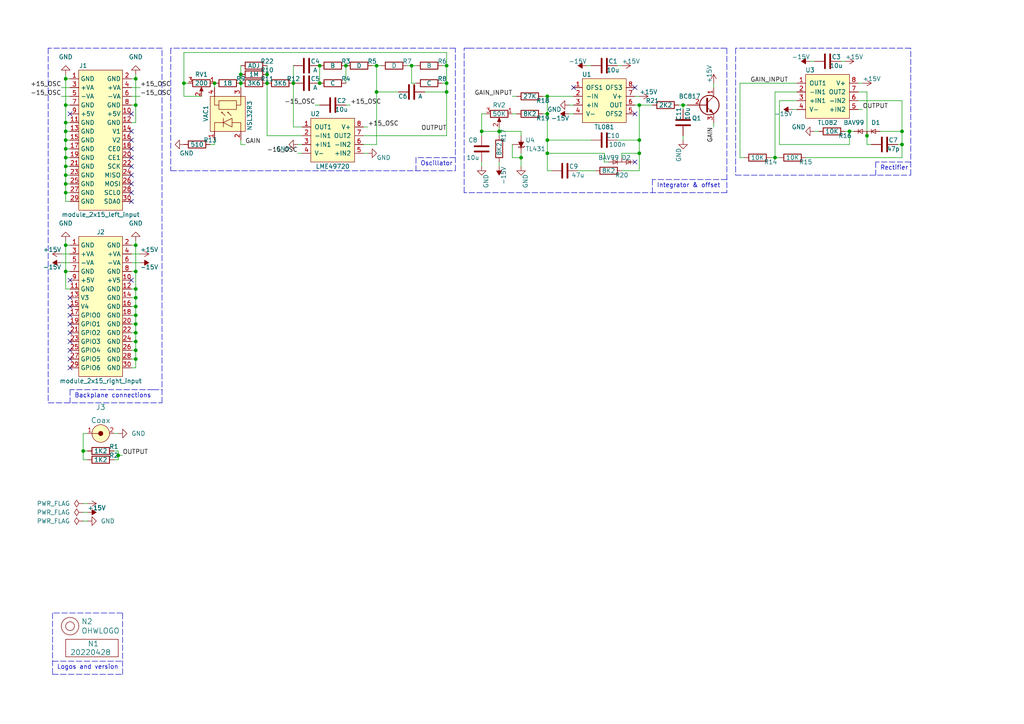
<source format=kicad_sch>
(kicad_sch (version 20211123) (generator eeschema)
  (paper "A4")
  (lib_symbols
    (symbol "Device:C" (pin_numbers hide) (pin_names (offset 0.254))
      (property "Reference" "C" (at 0.635 2.54 0))
      (property "Value" "C" (at 0.635 -2.54 0))
      (symbol "C_0_1"
        (polyline (pts (xy -2.032 -0.762) (xy 2.032 -0.762)) (stroke (width 0.508)))
        (polyline (pts (xy -2.032 0.762) (xy 2.032 0.762)) (stroke (width 0.508)))
      )
      (symbol "C_1_1"
        (pin passive line (at 0 3.81 270) (length 2.794) (name "~") (number "1"))
        (pin passive line (at 0 -3.81 90) (length 2.794) (name "~") (number "2"))
      )
    )
    (symbol "Device:Q_NPN_CBE" (pin_names (offset 0) hide)
      (property "Reference" "Q" (at 5.08 1.27 0))
      (property "Value" "Q_NPN_CBE" (at 5.08 -1.27 0))
      (symbol "Q_NPN_CBE_0_1"
        (polyline (pts (xy 0.635 0.635) (xy 2.54 2.54)))
        (polyline (pts (xy 0.635 -0.635) (xy 2.54 -2.54) (xy 2.54 -2.54)))
        (polyline (pts (xy 0.635 1.905) (xy 0.635 -1.905) (xy 0.635 -1.905)) (stroke (width 0.508)))
        (polyline (pts (xy 1.27 -1.778) (xy 1.778 -1.27) (xy 2.286 -2.286) (xy 1.27 -1.778) (xy 1.27 -1.778)) (fill (type outline)))
        (circle (center 1.27 0) (radius 2.8194) (stroke (width 0.254)))
      )
      (symbol "Q_NPN_CBE_1_1"
        (pin passive line (at 2.54 5.08 270) (length 2.54) (name "C") (number "1"))
        (pin input line (at -5.08 0 0) (length 5.715) (name "B") (number "2"))
        (pin passive line (at 2.54 -5.08 90) (length 2.54) (name "E") (number "3"))
      )
    )
    (symbol "Device:R" (pin_numbers hide) (pin_names (offset 0))
      (property "Reference" "R" (at 2.032 0 90))
      (property "Value" "R" (at 0 0 90))
      (symbol "R_0_1"
        (rectangle (start -1.016 -2.54) (end 1.016 2.54) (stroke (width 0.254)))
      )
      (symbol "R_1_1"
        (pin passive line (at 0 3.81 270) (length 1.27) (name "~") (number "1"))
        (pin passive line (at 0 -3.81 90) (length 1.27) (name "~") (number "2"))
      )
    )
    (symbol "Device:R_Potentiometer" (pin_names (offset 1.016) hide)
      (property "Reference" "RV" (at -4.445 0 90))
      (property "Value" "R_Potentiometer" (at -2.54 0 90))
      (symbol "R_Potentiometer_0_1"
        (polyline (pts (xy 2.54 0) (xy 1.524 0)))
        (polyline (pts (xy 1.143 0) (xy 2.286 0.508) (xy 2.286 -0.508) (xy 1.143 0)) (fill (type outline)))
        (rectangle (start 1.016 2.54) (end -1.016 -2.54) (stroke (width 0.254)))
      )
      (symbol "R_Potentiometer_1_1"
        (pin passive line (at 0 3.81 270) (length 1.27) (name "1") (number "1"))
        (pin passive line (at 3.81 0 180) (length 1.27) (name "2") (number "2"))
        (pin passive line (at 0 -3.81 90) (length 1.27) (name "3") (number "3"))
      )
    )
    (symbol "Reference_Voltage:TL431LP" (pin_numbers hide) (pin_names hide)
      (property "Reference" "U" (at -2.54 2.54 0))
      (property "Value" "TL431LP" (at 0 -2.54 0))
      (symbol "TL431LP_0_1"
        (polyline (pts (xy -1.27 0) (xy 0 0) (xy 1.27 0)))
        (polyline (pts (xy -0.762 0.762) (xy 0.762 0) (xy -0.762 -0.762)) (fill (type outline)))
        (polyline (pts (xy 0.508 -1.016) (xy 0.762 -0.762) (xy 0.762 0.762) (xy 0.762 0.762)) (stroke (width 0.254)))
      )
      (symbol "TL431LP_1_1"
        (pin passive line (at 0 2.54 270) (length 2.54) (name "REF") (number "1"))
        (pin passive line (at -2.54 0 0) (length 2.54) (name "A") (number "2"))
        (pin passive line (at 2.54 0 180) (length 2.54) (name "K") (number "3"))
      )
    )
    (symbol "SquantorConnectors:Coax" (pin_names (offset 1.016))
      (property "Reference" "J" (at 0 3.81 0))
      (property "Value" "Coax" (at 0 -3.81 0))
      (symbol "Coax_0_1"
        (polyline (pts (xy -2.54 0) (xy 0 0)))
        (circle (center 0 0) (radius 0.635) (fill (type outline)))
        (circle (center 0 0) (radius 2.54) (fill (type background)))
      )
      (symbol "Coax_1_1"
        (pin passive line (at -3.81 0 0) (length 1.27) (name "~") (number "1"))
        (pin passive line (at 3.81 0 180) (length 1.27) (name "~") (number "2"))
      )
    )
    (symbol "SquantorConnectorsNamed:module_2x15_left_input"
      (property "Reference" "J" (at 0 21.59 0))
      (property "Value" "module_2x15_left_input" (at 0 -21.59 0))
      (symbol "module_2x15_left_input_0_1"
        (rectangle (start -6.35 20.32) (end 6.35 -20.32) (fill (type background)))
      )
      (symbol "module_2x15_left_input_1_1"
        (pin power_in line (at -8.89 17.78 0) (length 2.54) (name "GND") (number "1"))
        (pin power_in line (at 8.89 7.62 180) (length 2.54) (name "+5V") (number "10"))
        (pin power_in line (at -8.89 5.08 0) (length 2.54) (name "GND") (number "11"))
        (pin power_in line (at 8.89 5.08 180) (length 2.54) (name "GND") (number "12"))
        (pin power_in line (at -8.89 2.54 0) (length 2.54) (name "GND") (number "13"))
        (pin power_in line (at 8.89 2.54 180) (length 2.54) (name "V1") (number "14"))
        (pin power_in line (at -8.89 0 0) (length 2.54) (name "GND") (number "15"))
        (pin power_in line (at 8.89 0 180) (length 2.54) (name "V2") (number "16"))
        (pin power_in line (at -8.89 -2.54 0) (length 2.54) (name "GND") (number "17"))
        (pin input line (at 8.89 -2.54 180) (length 2.54) (name "CE0") (number "18"))
        (pin power_in line (at -8.89 -5.08 0) (length 2.54) (name "GND") (number "19"))
        (pin power_in line (at 8.89 17.78 180) (length 2.54) (name "GND") (number "2"))
        (pin input line (at 8.89 -5.08 180) (length 2.54) (name "CE1") (number "20"))
        (pin power_in line (at -8.89 -7.62 0) (length 2.54) (name "GND") (number "21"))
        (pin input line (at 8.89 -7.62 180) (length 2.54) (name "SCK") (number "22"))
        (pin power_in line (at -8.89 -10.16 0) (length 2.54) (name "GND") (number "23"))
        (pin bidirectional line (at 8.89 -10.16 180) (length 2.54) (name "MISO") (number "24"))
        (pin power_in line (at -8.89 -12.7 0) (length 2.54) (name "GND") (number "25"))
        (pin input line (at 8.89 -12.7 180) (length 2.54) (name "MOSI") (number "26"))
        (pin power_in line (at -8.89 -15.24 0) (length 2.54) (name "GND") (number "27"))
        (pin bidirectional line (at 8.89 -15.24 180) (length 2.54) (name "SCL0") (number "28"))
        (pin power_in line (at -8.89 -17.78 0) (length 2.54) (name "GND") (number "29"))
        (pin power_in line (at -8.89 15.24 0) (length 2.54) (name "+VA") (number "3"))
        (pin bidirectional line (at 8.89 -17.78 180) (length 2.54) (name "SDA0") (number "30"))
        (pin power_in line (at 8.89 15.24 180) (length 2.54) (name "+VA") (number "4"))
        (pin power_in line (at -8.89 12.7 0) (length 2.54) (name "-VA") (number "5"))
        (pin power_in line (at 8.89 12.7 180) (length 2.54) (name "-VA") (number "6"))
        (pin power_in line (at -8.89 10.16 0) (length 2.54) (name "GND") (number "7"))
        (pin power_in line (at 8.89 10.16 180) (length 2.54) (name "GND") (number "8"))
        (pin power_in line (at -8.89 7.62 0) (length 2.54) (name "+5V") (number "9"))
      )
    )
    (symbol "SquantorConnectorsNamed:module_2x15_right_input"
      (property "Reference" "J" (at 0 19.05 0))
      (property "Value" "module_2x15_right_input" (at 0 -24.13 0))
      (symbol "module_2x15_right_input_0_1"
        (rectangle (start -6.35 17.78) (end 6.35 -22.86) (fill (type background)))
      )
      (symbol "module_2x15_right_input_1_1"
        (pin power_in line (at -8.89 15.24 0) (length 2.54) (name "GND") (number "1"))
        (pin power_in line (at 8.89 5.08 180) (length 2.54) (name "+V5") (number "10"))
        (pin power_in line (at -8.89 2.54 0) (length 2.54) (name "GND") (number "11"))
        (pin power_in line (at 8.89 2.54 180) (length 2.54) (name "GND") (number "12"))
        (pin power_in line (at -8.89 0 0) (length 2.54) (name "V3") (number "13"))
        (pin power_in line (at 8.89 0 180) (length 2.54) (name "GND") (number "14"))
        (pin power_in line (at -8.89 -2.54 0) (length 2.54) (name "V4") (number "15"))
        (pin power_in line (at 8.89 -2.54 180) (length 2.54) (name "GND") (number "16"))
        (pin bidirectional line (at -8.89 -5.08 0) (length 2.54) (name "GPIO0") (number "17"))
        (pin power_in line (at 8.89 -5.08 180) (length 2.54) (name "GND") (number "18"))
        (pin bidirectional line (at -8.89 -7.62 0) (length 2.54) (name "GPIO1") (number "19"))
        (pin power_in line (at 8.89 15.24 180) (length 2.54) (name "GND") (number "2"))
        (pin power_in line (at 8.89 -7.62 180) (length 2.54) (name "GND") (number "20"))
        (pin bidirectional line (at -8.89 -10.16 0) (length 2.54) (name "GPIO2") (number "21"))
        (pin power_in line (at 8.89 -10.16 180) (length 2.54) (name "GND") (number "22"))
        (pin bidirectional line (at -8.89 -12.7 0) (length 2.54) (name "GPIO3") (number "23"))
        (pin power_in line (at 8.89 -12.7 180) (length 2.54) (name "GND") (number "24"))
        (pin bidirectional line (at -8.89 -15.24 0) (length 2.54) (name "GPIO4") (number "25"))
        (pin power_in line (at 8.89 -15.24 180) (length 2.54) (name "GND") (number "26"))
        (pin bidirectional line (at -8.89 -17.78 0) (length 2.54) (name "GPIO5") (number "27"))
        (pin power_in line (at 8.89 -17.78 180) (length 2.54) (name "GND") (number "28"))
        (pin bidirectional line (at -8.89 -20.32 0) (length 2.54) (name "GPIO6") (number "29"))
        (pin power_in line (at -8.89 12.7 0) (length 2.54) (name "+VA") (number "3"))
        (pin power_in line (at 8.89 -20.32 180) (length 2.54) (name "GND") (number "30"))
        (pin power_in line (at 8.89 12.7 180) (length 2.54) (name "+VA") (number "4"))
        (pin power_in line (at -8.89 10.16 0) (length 2.54) (name "-VA") (number "5"))
        (pin power_in line (at 8.89 10.16 180) (length 2.54) (name "-VA") (number "6"))
        (pin power_in line (at -8.89 7.62 0) (length 2.54) (name "GND") (number "7"))
        (pin power_in line (at 8.89 7.62 180) (length 2.54) (name "GND") (number "8"))
        (pin power_in line (at -8.89 5.08 0) (length 2.54) (name "+5V") (number "9"))
      )
    )
    (symbol "SquantorDevice:D_series_ASK" (pin_numbers hide) (pin_names hide)
      (property "Reference" "D" (at 0 2.54 0))
      (property "Value" "D_series_ASK" (at 0 -3.175 0))
      (symbol "D_series_ASK_0_1"
        (polyline (pts (xy -1.27 0.635) (xy -1.27 -0.635)))
        (polyline (pts (xy 2.54 0.635) (xy 2.54 -0.635)))
        (polyline (pts (xy -2.54 0) (xy 0 0) (xy 2.54 0)))
        (polyline (pts (xy -1.27 0) (xy -2.54 0.635) (xy -2.54 -0.635) (xy -1.27 0)))
        (polyline (pts (xy 2.54 0) (xy 1.27 0.635) (xy 1.27 -0.635) (xy 2.54 0)))
      )
      (symbol "D_series_ASK_1_1"
        (pin passive line (at -3.81 0 0) (length 1.27) (name "A1") (number "1"))
        (pin passive line (at 3.81 0 180) (length 1.27) (name "K2") (number "2"))
        (pin passive line (at 0 -1.27 90) (length 1.27) (name "K1A2") (number "3"))
      )
    )
    (symbol "SquantorDevice:Vactrol" (pin_names hide)
      (property "Reference" "VAC" (at 0 8.89 0))
      (property "Value" "Vactrol" (at 0 -8.89 0))
      (symbol "Vactrol_0_1"
        (rectangle (start -5.08 5.08) (end 5.08 -5.08) (fill (type background)))
        (polyline (pts (xy -3.81 1.27) (xy -1.27 1.27)))
        (polyline (pts (xy -5.08 -3.81) (xy -2.54 -3.81) (xy -2.54 -1.27)))
        (polyline (pts (xy -5.08 3.81) (xy -2.54 3.81) (xy -2.54 1.27)))
        (polyline (pts (xy 5.08 -3.81) (xy 2.54 -3.81) (xy 2.54 -2.54)))
        (polyline (pts (xy 5.08 3.81) (xy 2.54 3.81) (xy 2.54 2.54)))
        (polyline (pts (xy -2.54 1.27) (xy -3.81 -1.27) (xy -1.27 -1.27) (xy -2.54 1.27)))
        (polyline (pts (xy -0.508 -1.016) (xy 0.508 0) (xy 0.508 -0.254) (xy 0.254 0) (xy 0.508 0)))
        (polyline (pts (xy -0.508 0.762) (xy 0.508 1.778) (xy 0.508 1.524) (xy 0.254 1.778) (xy 0.508 1.778)))
        (polyline (pts (xy 1.27 2.54) (xy 3.81 2.54) (xy 3.81 -2.54) (xy 1.27 -2.54) (xy 1.27 2.54)))
      )
      (symbol "Vactrol_1_1"
        (pin passive line (at -7.62 3.81 0) (length 2.54) (name "C") (number "1"))
        (pin passive line (at -7.62 -3.81 0) (length 2.54) (name "A") (number "2"))
        (pin passive line (at 7.62 -3.81 180) (length 2.54) (name "R") (number "3"))
        (pin passive line (at 7.62 3.81 180) (length 2.54) (name "R") (number "4"))
      )
    )
    (symbol "SquantorGenericAnalog:opamp_dual_8pin" (pin_names (offset 1.016))
      (property "Reference" "U" (at 0 7.62 0))
      (property "Value" "opamp_dual_8pin" (at 0 -7.62 0))
      (symbol "opamp_dual_8pin_0_1"
        (rectangle (start -6.35 6.35) (end 6.35 -6.35) (fill (type background)))
      )
      (symbol "opamp_dual_8pin_1_1"
        (pin output line (at -8.89 3.81 0) (length 2.54) (name "OUT1") (number "1"))
        (pin input line (at -8.89 1.27 0) (length 2.54) (name "-IN1") (number "2"))
        (pin input line (at -8.89 -1.27 0) (length 2.54) (name "+IN1") (number "3"))
        (pin power_in line (at -8.89 -3.81 0) (length 2.54) (name "V-") (number "4"))
        (pin input line (at 8.89 -3.81 180) (length 2.54) (name "+IN2") (number "5"))
        (pin input line (at 8.89 -1.27 180) (length 2.54) (name "-IN2") (number "6"))
        (pin output line (at 8.89 1.27 180) (length 2.54) (name "OUT2") (number "7"))
        (pin power_in line (at 8.89 3.81 180) (length 2.54) (name "V+") (number "8"))
      )
    )
    (symbol "SquantorGenericAnalog:opamp_single_8pin" (pin_names (offset 1.016))
      (property "Reference" "U" (at 0 7.62 0))
      (property "Value" "opamp_single_8pin" (at 0 -7.62 0))
      (symbol "opamp_single_8pin_0_1"
        (rectangle (start -6.35 6.35) (end 6.35 -6.35) (fill (type background)))
      )
      (symbol "opamp_single_8pin_1_1"
        (pin input line (at -8.89 3.81 0) (length 2.54) (name "OFS1") (number "1"))
        (pin input line (at -8.89 1.27 0) (length 2.54) (name "-IN") (number "2"))
        (pin input line (at -8.89 -1.27 0) (length 2.54) (name "+IN") (number "3"))
        (pin power_in line (at -8.89 -3.81 0) (length 2.54) (name "V-") (number "4"))
        (pin input line (at 8.89 -3.81 180) (length 2.54) (name "OFS2") (number "5"))
        (pin output line (at 8.89 -1.27 180) (length 2.54) (name "OUT") (number "6"))
        (pin power_in line (at 8.89 1.27 180) (length 2.54) (name "V+") (number "7"))
        (pin input line (at 8.89 3.81 180) (length 2.54) (name "OFS3") (number "8"))
      )
    )
    (symbol "SquantorLabels:OHWLOGO" (pin_names (offset 1.016))
      (property "Reference" "N" (at 0 3.81 0))
      (property "Value" "OHWLOGO" (at 0 -3.81 0))
      (symbol "OHWLOGO_0_1"
        (circle (center 0 0) (radius 1.27))
        (circle (center 0 0) (radius 2.54))
      )
    )
    (symbol "SquantorLabels:VYYYYMMDD" (pin_names (offset 1.016))
      (property "Reference" "N" (at 0 2.54 0))
      (property "Value" "VYYYYMMDD" (at 0 0 0))
      (symbol "VYYYYMMDD_0_1"
        (rectangle (start 7.62 -1.27) (end -7.62 3.81))
      )
    )
    (symbol "power:+15V" (power) (pin_names (offset 0))
      (property "Value" "+15V" (at 0 3.556 0))
      (symbol "+15V_0_1"
        (polyline (pts (xy -0.762 1.27) (xy 0 2.54)))
        (polyline (pts (xy 0 0) (xy 0 2.54)))
        (polyline (pts (xy 0 2.54) (xy 0.762 1.27)))
      )
      (symbol "+15V_1_1"
        (pin power_in line (at 0 0 90) (length 0) hide (name "+15V") (number "1"))
      )
    )
    (symbol "power:-15V" (power) (pin_names (offset 0))
      (property "Value" "-15V" (at 0 3.81 0))
      (symbol "-15V_0_0"
        (pin power_in line (at 0 0 90) (length 0) hide (name "-15V") (number "1"))
      )
      (symbol "-15V_0_1"
        (polyline (pts (xy 0 0) (xy 0 1.27) (xy 0.762 1.27) (xy 0 2.54) (xy -0.762 1.27) (xy 0 1.27)) (fill (type outline)))
      )
    )
    (symbol "power:GND" (power) (pin_names (offset 0))
      (property "Value" "GND" (at 0 -3.81 0))
      (symbol "GND_0_1"
        (polyline (pts (xy 0 0) (xy 0 -1.27) (xy 1.27 -1.27) (xy 0 -2.54) (xy -1.27 -1.27) (xy 0 -1.27)))
      )
      (symbol "GND_1_1"
        (pin power_in line (at 0 0 270) (length 0) hide (name "GND") (number "1"))
      )
    )
    (symbol "power:PWR_FLAG" (power) (pin_numbers hide) (pin_names (offset 0) hide)
      (property "Value" "PWR_FLAG" (at 0 3.81 0))
      (symbol "PWR_FLAG_0_0"
        (pin power_out line (at 0 0 90) (length 0) (name "pwr") (number "1"))
      )
      (symbol "PWR_FLAG_0_1"
        (polyline (pts (xy 0 0) (xy 0 1.27) (xy -1.016 1.905) (xy 0 2.54) (xy 1.016 1.905) (xy 0 1.27)))
      )
    )
  )
  (junction (at 129.54 24.13))
  (junction (at 19.05 71.12))
  (junction (at 19.05 38.1))
  (junction (at 261.62 41.91))
  (junction (at 53.34 24.13))
  (junction (at 129.54 19.05))
  (junction (at 77.47 21.59))
  (junction (at 39.37 101.6))
  (junction (at 69.85 21.59))
  (junction (at 92.71 24.13))
  (junction (at 129.54 26.67))
  (junction (at 19.05 48.26))
  (junction (at 19.05 55.88))
  (junction (at 158.75 44.45))
  (junction (at 109.22 19.05))
  (junction (at 158.75 27.94))
  (junction (at 39.37 91.44))
  (junction (at 39.37 22.86))
  (junction (at 246.38 38.1))
  (junction (at 19.05 35.56))
  (junction (at 39.37 88.9))
  (junction (at 139.7 38.1))
  (junction (at 261.62 38.1))
  (junction (at 158.75 40.64))
  (junction (at 19.05 40.64))
  (junction (at 100.33 19.05))
  (junction (at 39.37 104.14))
  (junction (at 85.09 24.13))
  (junction (at 24.13 130.81))
  (junction (at 19.05 53.34))
  (junction (at 69.85 24.13))
  (junction (at 109.22 26.67))
  (junction (at 19.05 78.74))
  (junction (at 39.37 96.52))
  (junction (at 39.37 86.36))
  (junction (at 151.13 45.72))
  (junction (at 119.38 19.05))
  (junction (at 198.12 30.48))
  (junction (at 185.42 44.45))
  (junction (at 224.79 45.72))
  (junction (at 77.47 24.13))
  (junction (at 158.75 33.02))
  (junction (at 144.78 38.1))
  (junction (at 19.05 50.8))
  (junction (at 251.46 39.37))
  (junction (at 39.37 30.48))
  (junction (at 185.42 40.64))
  (junction (at 92.71 19.05))
  (junction (at 19.05 43.18))
  (junction (at 185.42 30.48))
  (junction (at 19.05 30.48))
  (junction (at 19.05 45.72))
  (junction (at 39.37 71.12))
  (junction (at 39.37 99.06))
  (junction (at 19.05 22.86))
  (junction (at 39.37 93.98))
  (junction (at 34.29 132.08))
  (junction (at 62.23 24.13))
  (junction (at 39.37 78.74))
  (junction (at 39.37 83.82))
  (no_connect (at 184.15 33.02))
  (no_connect (at 184.15 25.4))
  (no_connect (at 20.32 104.14))
  (no_connect (at 38.1 40.64))
  (no_connect (at 38.1 33.02))
  (no_connect (at 166.37 25.4))
  (no_connect (at 20.32 81.28))
  (no_connect (at 38.1 48.26))
  (no_connect (at 20.32 96.52))
  (no_connect (at 38.1 58.42))
  (no_connect (at 38.1 38.1))
  (no_connect (at 20.32 93.98))
  (no_connect (at 38.1 50.8))
  (no_connect (at 20.32 86.36))
  (no_connect (at 20.32 88.9))
  (no_connect (at 38.1 45.72))
  (no_connect (at 184.15 46.99))
  (no_connect (at 20.32 91.44))
  (no_connect (at 38.1 53.34))
  (no_connect (at 20.32 33.02))
  (no_connect (at 38.1 81.28))
  (no_connect (at 20.32 99.06))
  (no_connect (at 20.32 101.6))
  (no_connect (at 20.32 106.68))
  (no_connect (at 38.1 55.88))
  (no_connect (at 38.1 43.18))
  (wire (pts (xy 245.11 38.1) (xy 246.38 38.1)))
  (polyline (pts (xy 20.32 113.03) (xy 20.32 116.84)))
  (wire (pts (xy 246.38 38.1) (xy 247.65 38.1)))
  (wire (pts (xy 19.05 53.34) (xy 19.05 55.88)))
  (wire (pts (xy 53.34 15.24) (xy 53.34 24.13)))
  (polyline (pts (xy 210.82 55.88) (xy 134.62 55.88)))
  (wire (pts (xy 19.05 35.56) (xy 19.05 38.1)))
  (wire (pts (xy 19.05 45.72) (xy 20.32 45.72)))
  (wire (pts (xy 19.05 30.48) (xy 20.32 30.48)))
  (wire (pts (xy 100.33 19.05) (xy 100.33 24.13)))
  (wire (pts (xy 185.42 40.64) (xy 179.07 40.64)))
  (wire (pts (xy 107.95 19.05) (xy 109.22 19.05)))
  (wire (pts (xy 17.78 73.66) (xy 20.32 73.66)))
  (wire (pts (xy 85.09 36.83) (xy 85.09 24.13)))
  (wire (pts (xy 158.75 33.02) (xy 158.75 40.64)))
  (wire (pts (xy 19.05 43.18) (xy 20.32 43.18)))
  (wire (pts (xy 234.95 17.78) (xy 236.22 17.78)))
  (wire (pts (xy 226.06 29.21) (xy 231.14 29.21)))
  (wire (pts (xy 87.63 39.37) (xy 77.47 39.37)))
  (wire (pts (xy 170.18 19.05) (xy 171.45 19.05)))
  (wire (pts (xy 19.05 55.88) (xy 20.32 55.88)))
  (wire (pts (xy 19.05 22.86) (xy 19.05 30.48)))
  (wire (pts (xy 229.87 31.75) (xy 231.14 31.75)))
  (wire (pts (xy 255.27 38.1) (xy 261.62 38.1)))
  (wire (pts (xy 139.7 33.02) (xy 139.7 38.1)))
  (wire (pts (xy 87.63 36.83) (xy 85.09 36.83)))
  (polyline (pts (xy 132.08 49.53) (xy 132.08 13.97)))
  (wire (pts (xy 77.47 39.37) (xy 77.47 24.13)))
  (wire (pts (xy 151.13 39.37) (xy 151.13 38.1)))
  (wire (pts (xy 69.85 41.91) (xy 71.12 41.91)))
  (wire (pts (xy 118.11 19.05) (xy 119.38 19.05)))
  (wire (pts (xy 167.64 49.53) (xy 172.72 49.53)))
  (wire (pts (xy 53.34 27.94) (xy 53.34 24.13)))
  (wire (pts (xy 77.47 21.59) (xy 77.47 24.13)))
  (wire (pts (xy 39.37 71.12) (xy 39.37 69.85)))
  (wire (pts (xy 19.05 45.72) (xy 19.05 48.26)))
  (wire (pts (xy 39.37 88.9) (xy 39.37 86.36)))
  (wire (pts (xy 105.41 36.83) (xy 106.68 36.83)))
  (wire (pts (xy 248.92 24.13) (xy 250.19 24.13)))
  (wire (pts (xy 34.29 132.08) (xy 34.29 133.35)))
  (wire (pts (xy 62.23 24.13) (xy 62.23 25.4)))
  (polyline (pts (xy 15.24 177.8) (xy 15.24 195.58)))
  (wire (pts (xy 38.1 27.94) (xy 40.64 27.94)))
  (wire (pts (xy 140.97 33.02) (xy 139.7 33.02)))
  (wire (pts (xy 236.22 38.1) (xy 237.49 38.1)))
  (polyline (pts (xy 35.56 177.8) (xy 15.24 177.8)))
  (wire (pts (xy 151.13 45.72) (xy 148.59 45.72)))
  (wire (pts (xy 105.41 44.45) (xy 106.68 44.45)))
  (wire (pts (xy 198.12 30.48) (xy 198.12 31.75)))
  (wire (pts (xy 144.78 46.99) (xy 144.78 48.26)))
  (wire (pts (xy 19.05 21.59) (xy 19.05 22.86)))
  (polyline (pts (xy 49.53 13.97) (xy 49.53 49.53)))
  (wire (pts (xy 184.15 30.48) (xy 185.42 30.48)))
  (wire (pts (xy 39.37 91.44) (xy 39.37 88.9)))
  (wire (pts (xy 128.27 24.13) (xy 129.54 24.13)))
  (wire (pts (xy 109.22 19.05) (xy 110.49 19.05)))
  (wire (pts (xy 231.14 24.13) (xy 214.63 24.13)))
  (wire (pts (xy 144.78 38.1) (xy 151.13 38.1)))
  (wire (pts (xy 180.34 44.45) (xy 180.34 45.72)))
  (wire (pts (xy 248.92 31.75) (xy 250.19 31.75)))
  (wire (pts (xy 231.14 26.67) (xy 224.79 26.67)))
  (wire (pts (xy 85.09 24.13) (xy 85.09 19.05)))
  (wire (pts (xy 165.1 33.02) (xy 166.37 33.02)))
  (wire (pts (xy 148.59 33.02) (xy 149.86 33.02)))
  (wire (pts (xy 214.63 45.72) (xy 215.9 45.72)))
  (wire (pts (xy 176.53 46.99) (xy 175.26 46.99)))
  (wire (pts (xy 33.02 133.35) (xy 34.29 133.35)))
  (polyline (pts (xy 264.16 13.97) (xy 213.36 13.97)))
  (polyline (pts (xy 46.99 116.84) (xy 46.99 13.97)))
  (wire (pts (xy 105.41 39.37) (xy 129.54 39.37)))
  (wire (pts (xy 69.85 24.13) (xy 69.85 25.4)))
  (polyline (pts (xy 264.16 46.99) (xy 254 46.99)))
  (wire (pts (xy 19.05 38.1) (xy 19.05 40.64)))
  (wire (pts (xy 92.71 24.13) (xy 92.71 19.05)))
  (wire (pts (xy 199.39 30.48) (xy 198.12 30.48)))
  (wire (pts (xy 123.19 26.67) (xy 129.54 26.67)))
  (wire (pts (xy 151.13 44.45) (xy 151.13 45.72)))
  (wire (pts (xy 17.78 27.94) (xy 20.32 27.94)))
  (wire (pts (xy 39.37 22.86) (xy 38.1 22.86)))
  (wire (pts (xy 185.42 40.64) (xy 185.42 44.45)))
  (wire (pts (xy 91.44 30.48) (xy 92.71 30.48)))
  (polyline (pts (xy 132.08 13.97) (xy 49.53 13.97)))
  (wire (pts (xy 19.05 50.8) (xy 19.05 53.34)))
  (wire (pts (xy 53.34 24.13) (xy 54.61 24.13)))
  (wire (pts (xy 243.84 17.78) (xy 245.11 17.78)))
  (wire (pts (xy 39.37 35.56) (xy 38.1 35.56)))
  (wire (pts (xy 58.42 27.94) (xy 53.34 27.94)))
  (wire (pts (xy 158.75 44.45) (xy 158.75 40.64)))
  (wire (pts (xy 39.37 106.68) (xy 39.37 104.14)))
  (wire (pts (xy 158.75 27.94) (xy 158.75 33.02)))
  (wire (pts (xy 158.75 49.53) (xy 158.75 44.45)))
  (wire (pts (xy 34.29 132.08) (xy 34.29 130.81)))
  (wire (pts (xy 151.13 45.72) (xy 151.13 48.26)))
  (wire (pts (xy 17.78 76.2) (xy 20.32 76.2)))
  (polyline (pts (xy 210.82 52.07) (xy 189.23 52.07)))
  (polyline (pts (xy 135.89 13.97) (xy 210.82 13.97)))
  (wire (pts (xy 129.54 15.24) (xy 129.54 19.05)))
  (wire (pts (xy 224.79 26.67) (xy 224.79 45.72)))
  (wire (pts (xy 62.23 40.64) (xy 62.23 41.91)))
  (wire (pts (xy 185.42 49.53) (xy 180.34 49.53)))
  (polyline (pts (xy 13.97 116.84) (xy 46.99 116.84)))
  (wire (pts (xy 157.48 33.02) (xy 158.75 33.02)))
  (wire (pts (xy 19.05 43.18) (xy 19.05 45.72)))
  (polyline (pts (xy 120.65 45.72) (xy 120.65 49.53)))
  (wire (pts (xy 261.62 41.91) (xy 261.62 45.72)))
  (wire (pts (xy 24.13 151.13) (xy 25.4 151.13)))
  (wire (pts (xy 185.42 30.48) (xy 189.23 30.48)))
  (wire (pts (xy 39.37 30.48) (xy 39.37 35.56)))
  (wire (pts (xy 129.54 19.05) (xy 129.54 24.13)))
  (wire (pts (xy 19.05 38.1) (xy 20.32 38.1)))
  (wire (pts (xy 109.22 19.05) (xy 109.22 26.67)))
  (wire (pts (xy 24.13 133.35) (xy 25.4 133.35)))
  (wire (pts (xy 38.1 106.68) (xy 39.37 106.68)))
  (wire (pts (xy 19.05 58.42) (xy 20.32 58.42)))
  (wire (pts (xy 38.1 104.14) (xy 39.37 104.14)))
  (wire (pts (xy 19.05 71.12) (xy 19.05 69.85)))
  (wire (pts (xy 38.1 86.36) (xy 39.37 86.36)))
  (wire (pts (xy 38.1 73.66) (xy 40.64 73.66)))
  (wire (pts (xy 248.92 29.21) (xy 261.62 29.21)))
  (wire (pts (xy 39.37 21.59) (xy 39.37 22.86)))
  (wire (pts (xy 19.05 48.26) (xy 19.05 50.8)))
  (wire (pts (xy 148.59 45.72) (xy 148.59 41.91)))
  (wire (pts (xy 19.05 35.56) (xy 20.32 35.56)))
  (wire (pts (xy 19.05 48.26) (xy 20.32 48.26)))
  (wire (pts (xy 165.1 30.48) (xy 166.37 30.48)))
  (polyline (pts (xy 44.45 113.03) (xy 46.99 113.03)))
  (wire (pts (xy 62.23 41.91) (xy 60.96 41.91)))
  (wire (pts (xy 144.78 38.1) (xy 144.78 39.37)))
  (wire (pts (xy 19.05 50.8) (xy 20.32 50.8)))
  (wire (pts (xy 109.22 41.91) (xy 105.41 41.91)))
  (wire (pts (xy 19.05 30.48) (xy 19.05 35.56)))
  (wire (pts (xy 251.46 26.67) (xy 251.46 39.37)))
  (polyline (pts (xy 134.62 55.88) (xy 134.62 13.97)))
  (wire (pts (xy 24.13 125.73) (xy 24.13 130.81)))
  (wire (pts (xy 246.38 38.1) (xy 246.38 41.91)))
  (wire (pts (xy 39.37 101.6) (xy 39.37 99.06)))
  (wire (pts (xy 261.62 29.21) (xy 261.62 38.1)))
  (wire (pts (xy 129.54 39.37) (xy 129.54 26.67)))
  (wire (pts (xy 17.78 25.4) (xy 20.32 25.4)))
  (polyline (pts (xy 189.23 52.07) (xy 189.23 55.88)))
  (polyline (pts (xy 44.45 113.03) (xy 20.32 113.03)))
  (wire (pts (xy 38.1 83.82) (xy 39.37 83.82)))
  (wire (pts (xy 35.56 132.08) (xy 34.29 132.08)))
  (wire (pts (xy 19.05 53.34) (xy 20.32 53.34)))
  (wire (pts (xy 39.37 78.74) (xy 39.37 71.12)))
  (wire (pts (xy 185.42 30.48) (xy 185.42 40.64)))
  (wire (pts (xy 184.15 27.94) (xy 185.42 27.94)))
  (wire (pts (xy 38.1 96.52) (xy 39.37 96.52)))
  (wire (pts (xy 86.36 44.45) (xy 87.63 44.45)))
  (wire (pts (xy 198.12 39.37) (xy 198.12 40.64)))
  (wire (pts (xy 214.63 24.13) (xy 214.63 45.72)))
  (wire (pts (xy 19.05 40.64) (xy 19.05 43.18)))
  (wire (pts (xy 69.85 40.64) (xy 69.85 41.91)))
  (wire (pts (xy 39.37 30.48) (xy 38.1 30.48)))
  (wire (pts (xy 185.42 44.45) (xy 180.34 44.45)))
  (wire (pts (xy 207.01 24.13) (xy 207.01 25.4)))
  (wire (pts (xy 223.52 45.72) (xy 224.79 45.72)))
  (wire (pts (xy 128.27 19.05) (xy 129.54 19.05)))
  (wire (pts (xy 109.22 26.67) (xy 109.22 41.91)))
  (wire (pts (xy 158.75 27.94) (xy 166.37 27.94)))
  (wire (pts (xy 24.13 148.59) (xy 25.4 148.59)))
  (wire (pts (xy 139.7 38.1) (xy 139.7 39.37)))
  (wire (pts (xy 100.33 30.48) (xy 101.6 30.48)))
  (wire (pts (xy 39.37 99.06) (xy 39.37 96.52)))
  (wire (pts (xy 175.26 46.99) (xy 175.26 44.45)))
  (wire (pts (xy 224.79 45.72) (xy 226.06 45.72)))
  (wire (pts (xy 24.13 130.81) (xy 25.4 130.81)))
  (polyline (pts (xy 35.56 195.58) (xy 35.56 177.8)))
  (wire (pts (xy 38.1 76.2) (xy 40.64 76.2)))
  (wire (pts (xy 233.68 45.72) (xy 261.62 45.72)))
  (wire (pts (xy 39.37 86.36) (xy 39.37 83.82)))
  (polyline (pts (xy 134.62 13.97) (xy 135.89 13.97)))
  (polyline (pts (xy 15.24 195.58) (xy 35.56 195.58)))
  (wire (pts (xy 251.46 39.37) (xy 251.46 41.91)))
  (wire (pts (xy 39.37 93.98) (xy 39.37 91.44)))
  (wire (pts (xy 38.1 78.74) (xy 39.37 78.74)))
  (polyline (pts (xy 13.97 13.97) (xy 13.97 116.84)))
  (polyline (pts (xy 264.16 50.8) (xy 264.16 13.97)))
  (polyline (pts (xy 213.36 13.97) (xy 213.36 50.8)))
  (wire (pts (xy 251.46 41.91) (xy 252.73 41.91)))
  (wire (pts (xy 160.02 49.53) (xy 158.75 49.53)))
  (wire (pts (xy 248.92 26.67) (xy 251.46 26.67)))
  (wire (pts (xy 38.1 71.12) (xy 39.37 71.12)))
  (wire (pts (xy 34.29 130.81) (xy 33.02 130.81)))
  (wire (pts (xy 198.12 30.48) (xy 196.85 30.48)))
  (wire (pts (xy 39.37 96.52) (xy 39.37 93.98)))
  (wire (pts (xy 24.13 146.05) (xy 25.4 146.05)))
  (wire (pts (xy 86.36 41.91) (xy 87.63 41.91)))
  (wire (pts (xy 129.54 15.24) (xy 53.34 15.24)))
  (wire (pts (xy 129.54 24.13) (xy 129.54 26.67)))
  (wire (pts (xy 120.65 24.13) (xy 119.38 24.13)))
  (wire (pts (xy 144.78 36.83) (xy 144.78 38.1)))
  (wire (pts (xy 39.37 22.86) (xy 39.37 30.48)))
  (wire (pts (xy 175.26 44.45) (xy 158.75 44.45)))
  (wire (pts (xy 39.37 83.82) (xy 39.37 78.74)))
  (polyline (pts (xy 49.53 49.53) (xy 132.08 49.53)))
  (wire (pts (xy 246.38 41.91) (xy 226.06 41.91)))
  (wire (pts (xy 38.1 91.44) (xy 39.37 91.44)))
  (wire (pts (xy 77.47 19.05) (xy 77.47 21.59)))
  (wire (pts (xy 19.05 83.82) (xy 19.05 78.74)))
  (wire (pts (xy 39.37 104.14) (xy 39.37 101.6)))
  (wire (pts (xy 33.02 125.73) (xy 34.29 125.73)))
  (polyline (pts (xy 254 46.99) (xy 254 50.8)))
  (wire (pts (xy 38.1 88.9) (xy 39.37 88.9)))
  (wire (pts (xy 19.05 55.88) (xy 19.05 58.42)))
  (polyline (pts (xy 132.08 45.72) (xy 120.65 45.72)))
  (wire (pts (xy 19.05 78.74) (xy 19.05 71.12)))
  (wire (pts (xy 119.38 19.05) (xy 120.65 19.05)))
  (wire (pts (xy 179.07 19.05) (xy 180.34 19.05)))
  (wire (pts (xy 20.32 78.74) (xy 19.05 78.74)))
  (wire (pts (xy 38.1 101.6) (xy 39.37 101.6)))
  (wire (pts (xy 226.06 41.91) (xy 226.06 29.21)))
  (wire (pts (xy 38.1 93.98) (xy 39.37 93.98)))
  (wire (pts (xy 119.38 19.05) (xy 119.38 24.13)))
  (wire (pts (xy 19.05 22.86) (xy 20.32 22.86)))
  (wire (pts (xy 69.85 21.59) (xy 69.85 24.13)))
  (wire (pts (xy 25.4 125.73) (xy 24.13 125.73)))
  (wire (pts (xy 139.7 46.99) (xy 139.7 48.26)))
  (wire (pts (xy 20.32 83.82) (xy 19.05 83.82)))
  (polyline (pts (xy 210.82 13.97) (xy 210.82 55.88)))
  (polyline (pts (xy 213.36 50.8) (xy 264.16 50.8)))
  (wire (pts (xy 38.1 99.06) (xy 39.37 99.06)))
  (wire (pts (xy 260.35 41.91) (xy 261.62 41.91)))
  (wire (pts (xy 20.32 71.12) (xy 19.05 71.12)))
  (wire (pts (xy 207.01 35.56) (xy 207.01 36.83)))
  (wire (pts (xy 19.05 40.64) (xy 20.32 40.64)))
  (wire (pts (xy 185.42 44.45) (xy 185.42 49.53)))
  (wire (pts (xy 157.48 27.94) (xy 158.75 27.94)))
  (wire (pts (xy 261.62 38.1) (xy 261.62 41.91)))
  (polyline (pts (xy 15.24 191.77) (xy 35.56 191.77)))
  (wire (pts (xy 38.1 25.4) (xy 40.64 25.4)))
  (polyline (pts (xy 46.99 13.97) (xy 13.97 13.97)))
  (wire (pts (xy 171.45 40.64) (xy 158.75 40.64)))
  (wire (pts (xy 115.57 26.67) (xy 109.22 26.67)))
  (wire (pts (xy 24.13 130.81) (xy 24.13 133.35)))
  (wire (pts (xy 148.59 27.94) (xy 149.86 27.94)))
  (wire (pts (xy 139.7 38.1) (xy 144.78 38.1)))
  (wire (pts (xy 69.85 19.05) (xy 69.85 21.59)))
  (text "Backplane connections" (at 21.59 115.57 0) (effects (font (size 1.27 1.27)) (justify left bottom)))
  (text "Oscillator" (at 121.92 48.26 0) (effects (font (size 1.27 1.27)) (justify left bottom)))
  (text "Logos and version" (at 16.51 194.31 0) (effects (font (size 1.27 1.27)) (justify left bottom)))
  (text "Integrator & offset" (at 190.5 54.61 0) (effects (font (size 1.27 1.27)) (justify left bottom)))
  (text "Rectifier" (at 255.27 49.53 0) (effects (font (size 1.27 1.27)) (justify left bottom)))
  (label "GAIN" (at 207.01 36.83 270))
  (label "+15_OSC" (at 17.78 25.4 180))
  (label "-15_OSC" (at 17.78 27.94 180))
  (label "OUTPUT" (at 250.19 31.75 0))
  (label "OUTPUT" (at 129.54 38.1 180))
  (label "-15_OSC" (at 86.36 44.45 180))
  (label "+15_OSC" (at 106.68 36.83 0))
  (label "-15_OSC" (at 40.64 27.94 0))
  (label "+15_OSC" (at 40.64 25.4 0))
  (label "OUTPUT" (at 35.56 132.08 0))
  (label "GAIN_INPUT" (at 228.6 24.13 180))
  (label "+15_OSC" (at 101.6 30.48 0))
  (label "-15_OSC" (at 91.44 30.48 180))
  (label "GAIN_INPUT" (at 148.59 27.94 180))
  (label "GAIN" (at 71.12 41.91 0))
  (symbol (lib_id "SquantorLabels:VYYYYMMDD") (at 26.67 189.23 0) (unit 1)
    (property "Reference" "N1" (at 25.4 186.69 0) (effects (font (size 1.524 1.524)) (justify left)))
    (property "Value" "20220428" (at 20.32 189.23 0) (effects (font (size 1.524 1.524)) (justify left)))
    (property "Footprint" "SquantorLabels:Label_Generic" (effects hide))
  )
  (symbol (lib_id "SquantorLabels:OHWLOGO") (at 20.32 181.61 0) (unit 1)
    (property "Reference" "N2" (at 23.5712 180.2638 0) (effects (font (size 1.524 1.524)) (justify left)))
    (property "Value" "OHWLOGO" (at 23.5712 182.9562 0) (effects (font (size 1.524 1.524)) (justify left)))
    (property "Footprint" "Symbol:OSHW-Symbol_6.7x6mm_SilkScreen" (effects hide))
  )
  (symbol (lib_id "Device:R") (at 73.66 21.59 90) (unit 1)
    (property "Reference" "R10" (at 77.47 20.32 90))
    (property "Value" "1M" (at 73.66 21.59 90))
    (property "Footprint" "SquantorRcl:R_0805+0603" (effects hide))
  )
  (symbol (lib_id "power:-15V") (at 229.87 31.75 90) (unit 1)
    (property "Reference" "#PWR017" (effects hide))
    (property "Value" "-15V" (at 229.87 33.02 90) (effects (justify left)))
  )
  (symbol (lib_id "Device:R") (at 29.21 133.35 90) (unit 1)
    (property "Reference" "R2" (at 33.02 132.08 90))
    (property "Value" "1K2" (at 29.21 133.35 90))
    (property "Footprint" "SquantorRcl:R_0805+0603" (effects hide))
  )
  (symbol (lib_id "Device:C") (at 163.83 49.53 90) (unit 1)
    (property "Reference" "C9" (at 166.37 48.26 90))
    (property "Value" "47u" (at 167.64 50.8 90))
    (property "Footprint" "SquantorRcl:C-050-030X100-film" (effects hide))
  )
  (symbol (lib_id "power:GND") (at 236.22 38.1 270) (unit 1)
    (property "Reference" "#PWR0109" (effects hide))
    (property "Value" "GND" (at 233.68 36.83 90) (effects (justify right)))
  )
  (symbol (lib_id "Device:C") (at 119.38 26.67 90) (unit 1)
    (property "Reference" "C6" (at 116.84 27.94 90))
    (property "Value" "A" (at 121.92 27.94 90))
    (property "Footprint" "SquantorRcl:C-025_050-050X100-0805-3516-film" (effects hide))
  )
  (symbol (lib_id "power:+15V") (at 25.4 146.05 270) (mirror x) (unit 1)
    (property "Reference" "#PWR0111" (effects hide))
    (property "Value" "+15V" (at 25.4 147.32 90) (effects (justify left)))
  )
  (symbol (lib_id "power:PWR_FLAG") (at 24.13 146.05 90) (unit 1)
    (property "Reference" "#FLG0101" (effects hide))
    (property "Value" "PWR_FLAG" (at 20.32 146.0499 90) (effects (justify left)))
  )
  (symbol (lib_id "power:-15V") (at 17.78 76.2 90) (mirror x) (unit 1)
    (property "Reference" "#PWR04" (effects hide))
    (property "Value" "-15V" (at 17.78 77.47 90) (effects (justify left)))
  )
  (symbol (lib_id "Device:R") (at 73.66 19.05 90) (unit 1)
    (property "Reference" "R22" (at 77.47 17.78 90))
    (property "Value" "ADJ" (at 73.66 19.05 90))
    (property "Footprint" "SquantorRcl:R_0805+0603" (effects hide))
  )
  (symbol (lib_id "Device:R") (at 176.53 49.53 270) (mirror x) (unit 1)
    (property "Reference" "R20" (at 180.34 50.8 90))
    (property "Value" "8K2" (at 176.53 49.53 90))
    (property "Footprint" "SquantorRcl:R_0805+0603" (effects hide))
  )
  (symbol (lib_id "Device:C") (at 96.52 30.48 90) (unit 1)
    (property "Reference" "C2" (at 99.06 29.21 90))
    (property "Value" "10u" (at 99.06 31.75 90))
    (property "Footprint" "SquantorRcl:C_0805+0603" (effects hide))
  )
  (symbol (lib_id "Device:R") (at 219.71 45.72 90) (unit 1)
    (property "Reference" "R14" (at 223.52 46.99 90))
    (property "Value" "10K" (at 219.71 45.72 90))
    (property "Footprint" "SquantorRcl:R_0805+0603" (effects hide))
  )
  (symbol (lib_id "Device:C") (at 88.9 24.13 90) (unit 1)
    (property "Reference" "C5" (at 91.44 22.86 90))
    (property "Value" "A" (at 91.44 25.4 90))
    (property "Footprint" "SquantorRcl:C-025_050-050X100-0805-3516-film" (effects hide))
  )
  (symbol (lib_id "Device:R") (at 114.3 19.05 90) (unit 1)
    (property "Reference" "R7" (at 118.11 17.78 90))
    (property "Value" "D" (at 114.3 19.05 90))
    (property "Footprint" "SquantorRcl:R_0805+0603" (effects hide))
  )
  (symbol (lib_id "Device:R") (at 66.04 24.13 90) (unit 1)
    (property "Reference" "R9" (at 69.85 22.86 90))
    (property "Value" "18" (at 66.04 24.13 90))
    (property "Footprint" "SquantorRcl:R_0805+0603" (effects hide))
  )
  (symbol (lib_id "Device:R") (at 96.52 24.13 90) (unit 1)
    (property "Reference" "R4" (at 100.33 22.86 90))
    (property "Value" "C" (at 96.52 24.13 90))
    (property "Footprint" "SquantorRcl:R_0805+0603" (effects hide))
  )
  (symbol (lib_id "power:+15V") (at 250.19 24.13 270) (unit 1)
    (property "Reference" "#PWR020" (effects hide))
    (property "Value" "+15V" (at 250.19 22.86 90) (effects (justify left)))
  )
  (symbol (lib_id "Device:R_Potentiometer") (at 144.78 33.02 270) (unit 1)
    (property "Reference" "RV2" (at 144.78 30.48 90))
    (property "Value" "50K" (at 144.78 33.02 90))
    (property "Footprint" "SquantorRcl:POT_ALPS_RK09K111" (effects hide))
  )
  (symbol (lib_id "Device:R") (at 73.66 24.13 90) (unit 1)
    (property "Reference" "R11" (at 77.47 22.86 90))
    (property "Value" "3K6" (at 73.66 24.13 90))
    (property "Footprint" "SquantorRcl:R_0805+0603" (effects hide))
  )
  (symbol (lib_id "Device:R") (at 229.87 45.72 90) (unit 1)
    (property "Reference" "R15" (at 233.68 46.99 90))
    (property "Value" "10K" (at 229.87 45.72 90))
    (property "Footprint" "SquantorRcl:R_0805+0603" (effects hide))
  )
  (symbol (lib_id "SquantorConnectorsNamed:module_2x15_left_input") (at 29.21 40.64 0) (unit 1)
    (property "Reference" "J1" (at 24.13 19.05 0))
    (property "Value" "module_2x15_left_input" (at 29.21 62.23 0))
    (property "Footprint" "SquantorConnectorsNamed:module_2x15_left" (effects hide))
  )
  (symbol (lib_id "SquantorGenericAnalog:opamp_dual_8pin") (at 96.52 40.64 0) (unit 1)
    (property "Reference" "U2" (at 91.44 33.02 0))
    (property "Value" "LME49720" (at 96.52 48.26 0))
    (property "Footprint" "Package_DIP:DIP-8_W7.62mm_Socket" (effects hide))
  )
  (symbol (lib_id "power:GND") (at 39.37 69.85 180) (unit 1)
    (property "Reference" "#PWR0102" (effects hide))
    (property "Value" "GND" (at 39.37 64.77 0))
  )
  (symbol (lib_id "power:+15V") (at 40.64 73.66 270) (unit 1)
    (property "Reference" "#PWR07" (effects hide))
    (property "Value" "+15V" (at 40.64 72.39 90) (effects (justify left)))
  )
  (symbol (lib_id "power:+15V") (at 180.34 19.05 270) (unit 1)
    (property "Reference" "#PWR013" (effects hide))
    (property "Value" "+15V" (at 180.34 17.78 90) (effects (justify left)))
  )
  (symbol (lib_id "Device:R") (at 193.04 30.48 270) (mirror x) (unit 1)
    (property "Reference" "R21" (at 189.23 29.21 90))
    (property "Value" "2K2" (at 193.04 30.48 90))
    (property "Footprint" "SquantorRcl:R_0805+0603" (effects hide))
  )
  (symbol (lib_id "Device:R") (at 124.46 24.13 90) (unit 1)
    (property "Reference" "R8" (at 128.27 22.86 90))
    (property "Value" "C" (at 124.46 24.13 90))
    (property "Footprint" "SquantorRcl:R_0805+0603" (effects hide))
  )
  (symbol (lib_id "power:GND") (at 151.13 48.26 0) (unit 1)
    (property "Reference" "#PWR023" (effects hide))
    (property "Value" "GND" (at 152.4 54.61 90) (effects (justify left)))
  )
  (symbol (lib_id "power:-15V") (at 40.64 76.2 270) (unit 1)
    (property "Reference" "#PWR08" (effects hide))
    (property "Value" "-15V" (at 40.64 77.47 90) (effects (justify left)))
  )
  (symbol (lib_id "power:-15V") (at 170.18 19.05 90) (unit 1)
    (property "Reference" "#PWR011" (effects hide))
    (property "Value" "-15V" (at 170.18 17.78 90) (effects (justify left)))
  )
  (symbol (lib_id "power:GND") (at 198.12 40.64 0) (mirror y) (unit 1)
    (property "Reference" "#PWR025" (effects hide))
    (property "Value" "GND" (at 196.85 46.99 90) (effects (justify left)))
  )
  (symbol (lib_id "Device:R") (at 124.46 19.05 90) (unit 1)
    (property "Reference" "R6" (at 128.27 17.78 90))
    (property "Value" "B" (at 124.46 19.05 90))
    (property "Footprint" "SquantorRcl:R_0805+0603" (effects hide))
  )
  (symbol (lib_id "Device:R") (at 104.14 19.05 90) (unit 1)
    (property "Reference" "R5" (at 107.95 17.78 90))
    (property "Value" "D" (at 104.14 19.05 90))
    (property "Footprint" "SquantorRcl:R_0805+0603" (effects hide))
  )
  (symbol (lib_id "power:+15V") (at 245.11 17.78 270) (unit 1)
    (property "Reference" "#PWR019" (effects hide))
    (property "Value" "+15V" (at 245.11 16.51 90) (effects (justify left)))
  )
  (symbol (lib_id "power:GND") (at 34.29 125.73 90) (unit 1)
    (property "Reference" "#PWR0106" (effects hide))
    (property "Value" "GND" (at 38.1 125.7299 90) (effects (justify right)))
  )
  (symbol (lib_id "Device:C") (at 240.03 17.78 90) (unit 1)
    (property "Reference" "C3" (at 242.57 16.51 90))
    (property "Value" "10u" (at 242.57 19.05 90))
    (property "Footprint" "SquantorRcl:C_0805+0603" (effects hide))
  )
  (symbol (lib_id "power:GND") (at 86.36 41.91 270) (unit 1)
    (property "Reference" "#PWR0105" (effects hide))
    (property "Value" "GND" (at 80.01 43.18 90) (effects (justify left)))
  )
  (symbol (lib_id "Device:C") (at 139.7 43.18 180) (unit 1)
    (property "Reference" "C8" (at 137.16 40.64 0))
    (property "Value" "10u" (at 137.16 45.72 0))
    (property "Footprint" "SquantorRcl:C_0805+0603" (effects hide))
  )
  (symbol (lib_id "Device:Q_NPN_CBE") (at 204.47 30.48 0) (unit 1)
    (property "Reference" "Q1" (at 200.66 34.29 0) (effects (justify left)))
    (property "Value" "BC817" (at 196.85 27.94 0) (effects (justify left)))
    (property "Footprint" "SquantorIC:SOT23-3" (effects hide))
  )
  (symbol (lib_id "power:-15V") (at 144.78 48.26 180) (unit 1)
    (property "Reference" "#PWR022" (effects hide))
    (property "Value" "-15V" (at 146.05 48.26 90) (effects (justify left)))
  )
  (symbol (lib_id "power:GND") (at 139.7 48.26 0) (unit 1)
    (property "Reference" "#PWR021" (effects hide))
    (property "Value" "GND" (at 140.97 54.61 90) (effects (justify left)))
  )
  (symbol (lib_id "power:GND") (at 19.05 69.85 180) (unit 1)
    (property "Reference" "#PWR0101" (effects hide))
    (property "Value" "GND" (at 19.05 64.77 0))
  )
  (symbol (lib_id "power:+15V") (at 207.01 24.13 0) (unit 1)
    (property "Reference" "#PWR026" (effects hide))
    (property "Value" "+15V" (at 205.74 24.13 90) (effects (justify left)))
  )
  (symbol (lib_id "power:GND") (at 39.37 21.59 180) (unit 1)
    (property "Reference" "#PWR0104" (effects hide))
    (property "Value" "GND" (at 39.37 16.51 0))
  )
  (symbol (lib_id "power:PWR_FLAG") (at 24.13 148.59 90) (unit 1)
    (property "Reference" "#FLG0102" (effects hide))
    (property "Value" "PWR_FLAG" (at 20.32 148.5899 90) (effects (justify left)))
  )
  (symbol (lib_id "power:+15V") (at 17.78 73.66 90) (mirror x) (unit 1)
    (property "Reference" "#PWR03" (effects hide))
    (property "Value" "+15V" (at 17.78 72.39 90) (effects (justify left)))
  )
  (symbol (lib_id "Device:C") (at 175.26 19.05 90) (unit 1)
    (property "Reference" "C1" (at 177.8 17.78 90))
    (property "Value" "10u" (at 177.8 20.32 90))
    (property "Footprint" "SquantorRcl:C_0805+0603" (effects hide))
  )
  (symbol (lib_id "Device:C") (at 175.26 40.64 90) (unit 1)
    (property "Reference" "C10" (at 177.8 39.37 90))
    (property "Value" "100n" (at 179.07 41.91 90))
    (property "Footprint" "SquantorRcl:C-050-030X100-film" (effects hide))
  )
  (symbol (lib_id "Device:R") (at 96.52 19.05 90) (unit 1)
    (property "Reference" "R3" (at 100.33 17.78 90))
    (property "Value" "B" (at 96.52 19.05 90))
    (property "Footprint" "SquantorRcl:R_0805+0603" (effects hide))
  )
  (symbol (lib_id "power:PWR_FLAG") (at 24.13 151.13 90) (unit 1)
    (property "Reference" "#FLG0103" (effects hide))
    (property "Value" "PWR_FLAG" (at 20.32 151.1299 90) (effects (justify left)))
  )
  (symbol (lib_id "Device:C") (at 198.12 35.56 180) (unit 1)
    (property "Reference" "C11" (at 196.85 33.02 90))
    (property "Value" "10u" (at 199.39 33.02 90))
    (property "Footprint" "SquantorRcl:C_0805+0603" (effects hide))
  )
  (symbol (lib_id "power:GND") (at 106.68 44.45 90) (unit 1)
    (property "Reference" "#PWR0107" (effects hide))
    (property "Value" "GND" (at 109.22 45.72 90) (effects (justify right)))
  )
  (symbol (lib_id "SquantorGenericAnalog:opamp_dual_8pin") (at 240.03 27.94 0) (unit 1)
    (property "Reference" "U3" (at 234.95 20.32 0))
    (property "Value" "TL082" (at 240.03 35.56 0))
    (property "Footprint" "Package_DIP:DIP-8_W7.62mm_Socket" (effects hide))
  )
  (symbol (lib_id "Device:R_Potentiometer") (at 58.42 24.13 270) (unit 1)
    (property "Reference" "RV1" (at 58.42 21.59 90))
    (property "Value" "200" (at 58.42 24.13 90))
    (property "Footprint" "Potentiometer_THT:Potentiometer_Bourns_3296W_Vertical" (effects hide))
  )
  (symbol (lib_id "Device:C") (at 88.9 19.05 90) (unit 1)
    (property "Reference" "C4" (at 91.44 17.78 90))
    (property "Value" "A" (at 91.44 20.32 90))
    (property "Footprint" "SquantorRcl:C-025_050-050X100-0805-3516-film" (effects hide))
  )
  (symbol (lib_id "SquantorDevice:D_series_ASK") (at 180.34 46.99 0) (mirror x) (unit 1)
    (property "Reference" "D2" (at 181.61 45.72 0))
    (property "Value" "BAV99" (at 176.53 45.72 0))
    (property "Footprint" "SquantorIC:SOT23-3" (effects hide))
  )
  (symbol (lib_id "Device:C") (at 256.54 41.91 90) (unit 1)
    (property "Reference" "C7" (at 259.08 40.64 90))
    (property "Value" "47p" (at 259.08 43.18 90))
    (property "Footprint" "SquantorRcl:C_0805+0603" (effects hide))
  )
  (symbol (lib_id "Reference_Voltage:TL431LP") (at 151.13 41.91 90) (mirror x) (unit 1)
    (property "Reference" "U4" (at 152.4 40.64 90) (effects (justify right)))
    (property "Value" "TL431" (at 152.4 43.18 90) (effects (justify right)))
    (property "Footprint" "SquantorIC:SOT23-3" (effects hide))
    (property "Datasheet" "http://www.ti.com/lit/ds/symlink/tl431.pdf" (effects hide))
  )
  (symbol (lib_id "power:GND") (at 165.1 30.48 270) (unit 1)
    (property "Reference" "#PWR024" (effects hide))
    (property "Value" "GND" (at 158.75 31.75 90) (effects (justify left)))
  )
  (symbol (lib_id "Device:R") (at 57.15 41.91 90) (unit 1)
    (property "Reference" "R13" (at 60.96 40.64 90))
    (property "Value" "510" (at 57.15 41.91 90))
    (property "Footprint" "SquantorRcl:R_0805+0603" (effects hide))
  )
  (symbol (lib_id "power:-15V") (at 165.1 33.02 90) (unit 1)
    (property "Reference" "#PWR09" (effects hide))
    (property "Value" "-15V" (at 165.1 34.29 90) (effects (justify left)))
  )
  (symbol (lib_id "Device:R") (at 144.78 43.18 0) (mirror y) (unit 1)
    (property "Reference" "R17" (at 146.05 39.37 90))
    (property "Value" "8K2" (at 144.78 43.18 90))
    (property "Footprint" "SquantorRcl:R_0805+0603" (effects hide))
  )
  (symbol (lib_id "Device:R") (at 29.21 130.81 90) (unit 1)
    (property "Reference" "R1" (at 33.02 129.54 90))
    (property "Value" "1K2" (at 29.21 130.81 90))
    (property "Footprint" "SquantorRcl:R_0805+0603" (effects hide))
  )
  (symbol (lib_id "power:+15V") (at 185.42 27.94 270) (unit 1)
    (property "Reference" "#PWR015" (effects hide))
    (property "Value" "+15V" (at 185.42 26.67 90) (effects (justify left)))
  )
  (symbol (lib_id "Device:R") (at 153.67 27.94 270) (mirror x) (unit 1)
    (property "Reference" "R18" (at 157.48 29.21 90))
    (property "Value" "27K" (at 153.67 27.94 90))
    (property "Footprint" "SquantorRcl:R_0805+0603" (effects hide))
  )
  (symbol (lib_id "SquantorDevice:D_series_ASK") (at 251.46 38.1 0) (mirror y) (unit 1)
    (property "Reference" "D1" (at 254 35.56 0))
    (property "Value" "BAV99" (at 247.65 35.56 0))
    (property "Footprint" "SquantorIC:SOT23-3" (effects hide))
  )
  (symbol (lib_id "power:GND") (at 53.34 41.91 270) (unit 1)
    (property "Reference" "#PWR0108" (effects hide))
    (property "Value" "GND" (at 52.07 44.45 90) (effects (justify left)))
  )
  (symbol (lib_id "Device:R") (at 241.3 38.1 90) (unit 1)
    (property "Reference" "R16" (at 245.11 39.37 90))
    (property "Value" "10K" (at 241.3 38.1 90))
    (property "Footprint" "SquantorRcl:R_0805+0603" (effects hide))
  )
  (symbol (lib_id "SquantorConnectorsNamed:module_2x15_right_input") (at 29.21 86.36 0) (unit 1)
    (property "Reference" "J2" (at 29.21 67.31 0))
    (property "Value" "module_2x15_right_input" (at 29.21 110.49 0))
    (property "Footprint" "SquantorConnectorsNamed:module_2x15_right" (effects hide))
  )
  (symbol (lib_id "SquantorDevice:Vactrol") (at 66.04 33.02 90) (unit 1)
    (property "Reference" "VAC1" (at 59.69 30.48 0) (effects (justify right)))
    (property "Value" "NSL32R3" (at 72.39 29.21 0) (effects (justify right)))
    (property "Footprint" "SquantorOpto:NSL32SR3" (effects hide))
  )
  (symbol (lib_id "power:GND") (at 19.05 21.59 180) (unit 1)
    (property "Reference" "#PWR0103" (effects hide))
    (property "Value" "GND" (at 19.05 16.51 0))
  )
  (symbol (lib_id "SquantorGenericAnalog:opamp_single_8pin") (at 175.26 29.21 0) (unit 1)
    (property "Reference" "U1" (at 170.18 21.59 0))
    (property "Value" "TL081" (at 175.26 36.83 0))
    (property "Footprint" "Package_DIP:DIP-8_W7.62mm_Socket" (effects hide))
  )
  (symbol (lib_id "power:-15V") (at 25.4 148.59 270) (mirror x) (unit 1)
    (property "Reference" "#PWR0110" (effects hide))
    (property "Value" "-15V" (at 25.4 147.32 90) (effects (justify left)))
  )
  (symbol (lib_id "power:-15V") (at 234.95 17.78 90) (unit 1)
    (property "Reference" "#PWR018" (effects hide))
    (property "Value" "-15V" (at 234.95 16.51 90) (effects (justify left)))
  )
  (symbol (lib_id "SquantorConnectors:Coax") (at 29.21 125.73 0) (unit 1)
    (property "Reference" "J3" (at 29.21 118.11 0) (effects (font (size 1.524 1.524))))
    (property "Value" "Coax" (at 29.21 121.92 0) (effects (font (size 1.524 1.524))))
    (property "Footprint" "SquantorConnectors:Conn_BNC_RightAngle_TH" (effects hide))
  )
  (symbol (lib_id "Device:R") (at 153.67 33.02 270) (mirror x) (unit 1)
    (property "Reference" "R19" (at 157.48 34.29 90))
    (property "Value" "8K2" (at 153.67 33.02 90))
    (property "Footprint" "SquantorRcl:R_0805+0603" (effects hide))
  )
  (symbol (lib_id "Device:R") (at 81.28 24.13 90) (unit 1)
    (property "Reference" "R12" (at 85.09 22.86 90))
    (property "Value" "3K6" (at 81.28 24.13 90))
    (property "Footprint" "SquantorRcl:R_0805+0603" (effects hide))
  )
  (symbol (lib_id "power:GND") (at 25.4 151.13 90) (unit 1)
    (property "Reference" "#PWR0112" (effects hide))
    (property "Value" "GND" (at 29.21 151.1299 90) (effects (justify right)))
  )
)
</source>
